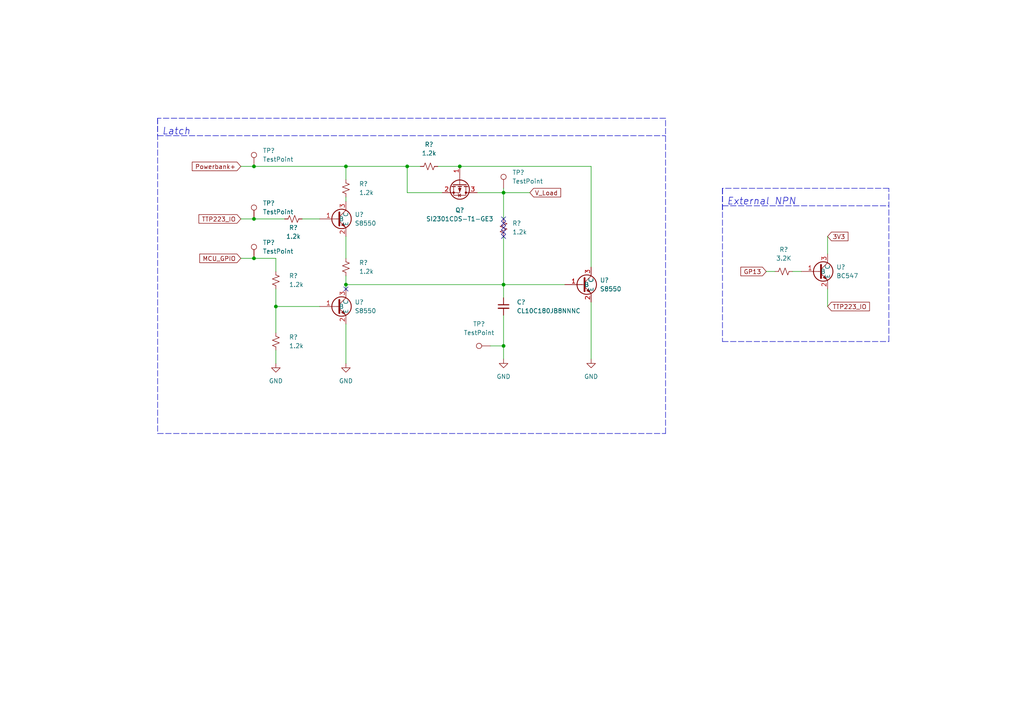
<source format=kicad_sch>
(kicad_sch (version 20211123) (generator eeschema)

  (uuid 8da7a9d3-6328-4be5-8804-32d127ba3b5d)

  (paper "A4")

  (lib_symbols
    (symbol "Connector:TestPoint" (pin_numbers hide) (pin_names (offset 0.762) hide) (in_bom yes) (on_board yes)
      (property "Reference" "TP" (id 0) (at 0 6.858 0)
        (effects (font (size 1.27 1.27)))
      )
      (property "Value" "TestPoint" (id 1) (at 0 5.08 0)
        (effects (font (size 1.27 1.27)))
      )
      (property "Footprint" "" (id 2) (at 5.08 0 0)
        (effects (font (size 1.27 1.27)) hide)
      )
      (property "Datasheet" "~" (id 3) (at 5.08 0 0)
        (effects (font (size 1.27 1.27)) hide)
      )
      (property "ki_keywords" "test point tp" (id 4) (at 0 0 0)
        (effects (font (size 1.27 1.27)) hide)
      )
      (property "ki_description" "test point" (id 5) (at 0 0 0)
        (effects (font (size 1.27 1.27)) hide)
      )
      (property "ki_fp_filters" "Pin* Test*" (id 6) (at 0 0 0)
        (effects (font (size 1.27 1.27)) hide)
      )
      (symbol "TestPoint_0_1"
        (circle (center 0 3.302) (radius 0.762)
          (stroke (width 0) (type default) (color 0 0 0 0))
          (fill (type none))
        )
      )
      (symbol "TestPoint_1_1"
        (pin passive line (at 0 0 90) (length 2.54)
          (name "1" (effects (font (size 1.27 1.27))))
          (number "1" (effects (font (size 1.27 1.27))))
        )
      )
    )
    (symbol "Device:C_Small" (pin_numbers hide) (pin_names (offset 0.254) hide) (in_bom yes) (on_board yes)
      (property "Reference" "C" (id 0) (at 0.254 1.778 0)
        (effects (font (size 1.27 1.27)) (justify left))
      )
      (property "Value" "C_Small" (id 1) (at 0.254 -2.032 0)
        (effects (font (size 1.27 1.27)) (justify left))
      )
      (property "Footprint" "" (id 2) (at 0 0 0)
        (effects (font (size 1.27 1.27)) hide)
      )
      (property "Datasheet" "~" (id 3) (at 0 0 0)
        (effects (font (size 1.27 1.27)) hide)
      )
      (property "ki_keywords" "capacitor cap" (id 4) (at 0 0 0)
        (effects (font (size 1.27 1.27)) hide)
      )
      (property "ki_description" "Unpolarized capacitor, small symbol" (id 5) (at 0 0 0)
        (effects (font (size 1.27 1.27)) hide)
      )
      (property "ki_fp_filters" "C_*" (id 6) (at 0 0 0)
        (effects (font (size 1.27 1.27)) hide)
      )
      (symbol "C_Small_0_1"
        (polyline
          (pts
            (xy -1.524 -0.508)
            (xy 1.524 -0.508)
          )
          (stroke (width 0.3302) (type default) (color 0 0 0 0))
          (fill (type none))
        )
        (polyline
          (pts
            (xy -1.524 0.508)
            (xy 1.524 0.508)
          )
          (stroke (width 0.3048) (type default) (color 0 0 0 0))
          (fill (type none))
        )
      )
      (symbol "C_Small_1_1"
        (pin passive line (at 0 2.54 270) (length 2.032)
          (name "~" (effects (font (size 1.27 1.27))))
          (number "1" (effects (font (size 1.27 1.27))))
        )
        (pin passive line (at 0 -2.54 90) (length 2.032)
          (name "~" (effects (font (size 1.27 1.27))))
          (number "2" (effects (font (size 1.27 1.27))))
        )
      )
    )
    (symbol "Device:R_Small_US" (pin_numbers hide) (pin_names (offset 0.254) hide) (in_bom yes) (on_board yes)
      (property "Reference" "R" (id 0) (at 0.762 0.508 0)
        (effects (font (size 1.27 1.27)) (justify left))
      )
      (property "Value" "R_Small_US" (id 1) (at 0.762 -1.016 0)
        (effects (font (size 1.27 1.27)) (justify left))
      )
      (property "Footprint" "" (id 2) (at 0 0 0)
        (effects (font (size 1.27 1.27)) hide)
      )
      (property "Datasheet" "~" (id 3) (at 0 0 0)
        (effects (font (size 1.27 1.27)) hide)
      )
      (property "ki_keywords" "r resistor" (id 4) (at 0 0 0)
        (effects (font (size 1.27 1.27)) hide)
      )
      (property "ki_description" "Resistor, small US symbol" (id 5) (at 0 0 0)
        (effects (font (size 1.27 1.27)) hide)
      )
      (property "ki_fp_filters" "R_*" (id 6) (at 0 0 0)
        (effects (font (size 1.27 1.27)) hide)
      )
      (symbol "R_Small_US_1_1"
        (polyline
          (pts
            (xy 0 0)
            (xy 1.016 -0.381)
            (xy 0 -0.762)
            (xy -1.016 -1.143)
            (xy 0 -1.524)
          )
          (stroke (width 0) (type default) (color 0 0 0 0))
          (fill (type none))
        )
        (polyline
          (pts
            (xy 0 1.524)
            (xy 1.016 1.143)
            (xy 0 0.762)
            (xy -1.016 0.381)
            (xy 0 0)
          )
          (stroke (width 0) (type default) (color 0 0 0 0))
          (fill (type none))
        )
        (pin passive line (at 0 2.54 270) (length 1.016)
          (name "~" (effects (font (size 1.27 1.27))))
          (number "1" (effects (font (size 1.27 1.27))))
        )
        (pin passive line (at 0 -2.54 90) (length 1.016)
          (name "~" (effects (font (size 1.27 1.27))))
          (number "2" (effects (font (size 1.27 1.27))))
        )
      )
    )
    (symbol "FE-PCB:BC547" (in_bom yes) (on_board yes)
      (property "Reference" "U" (id 0) (at 0 22.86 0)
        (effects (font (size 1.27 1.27)))
      )
      (property "Value" "BC547" (id 1) (at 0 22.86 0)
        (effects (font (size 1.27 1.27)))
      )
      (property "Footprint" "" (id 2) (at 0 22.86 0)
        (effects (font (size 1.27 1.27)) hide)
      )
      (property "Datasheet" "" (id 3) (at 0 22.86 0)
        (effects (font (size 1.27 1.27)) hide)
      )
      (symbol "BC547_0_1"
        (circle (center -1.27 0) (radius 2.8194)
          (stroke (width 0.254) (type default) (color 0 0 0 0))
          (fill (type none))
        )
        (polyline
          (pts
            (xy -2.54 0)
            (xy -1.905 0)
          )
          (stroke (width 0) (type default) (color 0 0 0 0))
          (fill (type none))
        )
        (polyline
          (pts
            (xy -1.905 0.635)
            (xy 0 2.54)
          )
          (stroke (width 0) (type default) (color 0 0 0 0))
          (fill (type none))
        )
        (polyline
          (pts
            (xy -1.905 -0.635)
            (xy 0 -2.54)
            (xy 0 -2.54)
          )
          (stroke (width 0) (type default) (color 0 0 0 0))
          (fill (type none))
        )
        (polyline
          (pts
            (xy -1.905 1.905)
            (xy -1.905 -1.905)
            (xy -1.905 -1.905)
          )
          (stroke (width 0.508) (type default) (color 0 0 0 0))
          (fill (type none))
        )
        (polyline
          (pts
            (xy -1.27 -1.778)
            (xy -0.762 -1.27)
            (xy -0.254 -2.286)
            (xy -1.27 -1.778)
            (xy -1.27 -1.778)
          )
          (stroke (width 0) (type default) (color 0 0 0 0))
          (fill (type outline))
        )
      )
      (symbol "BC547_1_1"
        (pin input line (at -7.62 0 0) (length 5.08)
          (name "B" (effects (font (size 1.27 1.27))))
          (number "1" (effects (font (size 1.27 1.27))))
        )
        (pin passive line (at 0 -5.08 90) (length 2.54)
          (name "E" (effects (font (size 1.27 1.27))))
          (number "2" (effects (font (size 1.27 1.27))))
        )
        (pin passive line (at 0 5.08 270) (length 2.54)
          (name "C" (effects (font (size 1.27 1.27))))
          (number "3" (effects (font (size 1.27 1.27))))
        )
      )
    )
    (symbol "Transistor_FET:Si2319CDS" (pin_names hide) (in_bom yes) (on_board yes)
      (property "Reference" "Q" (id 0) (at 5.08 1.905 0)
        (effects (font (size 1.27 1.27)) (justify left))
      )
      (property "Value" "Si2319CDS" (id 1) (at 5.08 0 0)
        (effects (font (size 1.27 1.27)) (justify left))
      )
      (property "Footprint" "Package_TO_SOT_SMD:SOT-23" (id 2) (at 5.08 -1.905 0)
        (effects (font (size 1.27 1.27) italic) (justify left) hide)
      )
      (property "Datasheet" "http://www.vishay.com/docs/66709/si2319cd.pdf" (id 3) (at 0 0 0)
        (effects (font (size 1.27 1.27)) (justify left) hide)
      )
      (property "ki_keywords" "P-Channel MOSFET" (id 4) (at 0 0 0)
        (effects (font (size 1.27 1.27)) hide)
      )
      (property "ki_description" "-4.4A Id, -40V Vds, P-Channel MOSFET, SOT-23" (id 5) (at 0 0 0)
        (effects (font (size 1.27 1.27)) hide)
      )
      (property "ki_fp_filters" "SOT?23*" (id 6) (at 0 0 0)
        (effects (font (size 1.27 1.27)) hide)
      )
      (symbol "Si2319CDS_0_1"
        (polyline
          (pts
            (xy 0.254 0)
            (xy -2.54 0)
          )
          (stroke (width 0) (type default) (color 0 0 0 0))
          (fill (type none))
        )
        (polyline
          (pts
            (xy 0.254 1.905)
            (xy 0.254 -1.905)
          )
          (stroke (width 0.254) (type default) (color 0 0 0 0))
          (fill (type none))
        )
        (polyline
          (pts
            (xy 0.762 -1.27)
            (xy 0.762 -2.286)
          )
          (stroke (width 0.254) (type default) (color 0 0 0 0))
          (fill (type none))
        )
        (polyline
          (pts
            (xy 0.762 0.508)
            (xy 0.762 -0.508)
          )
          (stroke (width 0.254) (type default) (color 0 0 0 0))
          (fill (type none))
        )
        (polyline
          (pts
            (xy 0.762 2.286)
            (xy 0.762 1.27)
          )
          (stroke (width 0.254) (type default) (color 0 0 0 0))
          (fill (type none))
        )
        (polyline
          (pts
            (xy 2.54 2.54)
            (xy 2.54 1.778)
          )
          (stroke (width 0) (type default) (color 0 0 0 0))
          (fill (type none))
        )
        (polyline
          (pts
            (xy 2.54 -2.54)
            (xy 2.54 0)
            (xy 0.762 0)
          )
          (stroke (width 0) (type default) (color 0 0 0 0))
          (fill (type none))
        )
        (polyline
          (pts
            (xy 0.762 1.778)
            (xy 3.302 1.778)
            (xy 3.302 -1.778)
            (xy 0.762 -1.778)
          )
          (stroke (width 0) (type default) (color 0 0 0 0))
          (fill (type none))
        )
        (polyline
          (pts
            (xy 2.286 0)
            (xy 1.27 0.381)
            (xy 1.27 -0.381)
            (xy 2.286 0)
          )
          (stroke (width 0) (type default) (color 0 0 0 0))
          (fill (type outline))
        )
        (polyline
          (pts
            (xy 2.794 -0.508)
            (xy 2.921 -0.381)
            (xy 3.683 -0.381)
            (xy 3.81 -0.254)
          )
          (stroke (width 0) (type default) (color 0 0 0 0))
          (fill (type none))
        )
        (polyline
          (pts
            (xy 3.302 -0.381)
            (xy 2.921 0.254)
            (xy 3.683 0.254)
            (xy 3.302 -0.381)
          )
          (stroke (width 0) (type default) (color 0 0 0 0))
          (fill (type none))
        )
        (circle (center 1.651 0) (radius 2.794)
          (stroke (width 0.254) (type default) (color 0 0 0 0))
          (fill (type none))
        )
        (circle (center 2.54 -1.778) (radius 0.254)
          (stroke (width 0) (type default) (color 0 0 0 0))
          (fill (type outline))
        )
        (circle (center 2.54 1.778) (radius 0.254)
          (stroke (width 0) (type default) (color 0 0 0 0))
          (fill (type outline))
        )
      )
      (symbol "Si2319CDS_1_1"
        (pin input line (at -5.08 0 0) (length 2.54)
          (name "G" (effects (font (size 1.27 1.27))))
          (number "1" (effects (font (size 1.27 1.27))))
        )
        (pin passive line (at 2.54 -5.08 90) (length 2.54)
          (name "S" (effects (font (size 1.27 1.27))))
          (number "2" (effects (font (size 1.27 1.27))))
        )
        (pin passive line (at 2.54 5.08 270) (length 2.54)
          (name "D" (effects (font (size 1.27 1.27))))
          (number "3" (effects (font (size 1.27 1.27))))
        )
      )
    )
    (symbol "power:GND" (power) (pin_names (offset 0)) (in_bom yes) (on_board yes)
      (property "Reference" "#PWR" (id 0) (at 0 -6.35 0)
        (effects (font (size 1.27 1.27)) hide)
      )
      (property "Value" "GND" (id 1) (at 0 -3.81 0)
        (effects (font (size 1.27 1.27)))
      )
      (property "Footprint" "" (id 2) (at 0 0 0)
        (effects (font (size 1.27 1.27)) hide)
      )
      (property "Datasheet" "" (id 3) (at 0 0 0)
        (effects (font (size 1.27 1.27)) hide)
      )
      (property "ki_keywords" "power-flag" (id 4) (at 0 0 0)
        (effects (font (size 1.27 1.27)) hide)
      )
      (property "ki_description" "Power symbol creates a global label with name \"GND\" , ground" (id 5) (at 0 0 0)
        (effects (font (size 1.27 1.27)) hide)
      )
      (symbol "GND_0_1"
        (polyline
          (pts
            (xy 0 0)
            (xy 0 -1.27)
            (xy 1.27 -1.27)
            (xy 0 -2.54)
            (xy -1.27 -1.27)
            (xy 0 -1.27)
          )
          (stroke (width 0) (type default) (color 0 0 0 0))
          (fill (type none))
        )
      )
      (symbol "GND_1_1"
        (pin power_in line (at 0 0 270) (length 0) hide
          (name "GND" (effects (font (size 1.27 1.27))))
          (number "1" (effects (font (size 1.27 1.27))))
        )
      )
    )
  )

  (junction (at 146.05 55.88) (diameter 0) (color 0 0 0 0)
    (uuid 4485c600-4a81-49fd-b3b4-9f23b2209f8d)
  )
  (junction (at 73.66 63.5) (diameter 0) (color 0 0 0 0)
    (uuid 474dbc44-c3c3-4b6a-8dca-f455d1c9e0de)
  )
  (junction (at 73.66 74.93) (diameter 0) (color 0 0 0 0)
    (uuid 5daddd4b-f66e-491d-833e-d67afe05ccd7)
  )
  (junction (at 118.11 48.26) (diameter 0) (color 0 0 0 0)
    (uuid 6325ec69-d7c4-47aa-9f4e-c1692968870d)
  )
  (junction (at 100.33 48.26) (diameter 0) (color 0 0 0 0)
    (uuid 9499fb20-257a-42d7-a7af-4b9f6647a7fa)
  )
  (junction (at 146.05 100.33) (diameter 0) (color 0 0 0 0)
    (uuid 96ff7901-397b-4805-be63-a50021c1204e)
  )
  (junction (at 80.01 88.9) (diameter 0) (color 0 0 0 0)
    (uuid a62bed7d-868a-43a1-b284-68a3824f2abe)
  )
  (junction (at 146.05 82.55) (diameter 0) (color 0 0 0 0)
    (uuid b2064eda-a8dc-4452-ace7-54c361cfce19)
  )
  (junction (at 73.66 48.26) (diameter 0) (color 0 0 0 0)
    (uuid bacba317-1cb7-445e-82c1-daf32af261af)
  )
  (junction (at 100.33 82.55) (diameter 0) (color 0 0 0 0)
    (uuid e3dccc25-f7a8-4f37-ad3d-da01b090a0eb)
  )
  (junction (at 133.35 48.26) (diameter 0) (color 0 0 0 0)
    (uuid eaa2c531-022d-44f8-9cc0-a22bd77c812c)
  )

  (no_connect (at 146.05 64.77) (uuid 5f6cca41-50ca-4ee1-8224-0e6c495b17fd))
  (no_connect (at 146.05 66.04) (uuid 8cfff865-8d86-4ed7-a383-4072efa68400))
  (no_connect (at 100.33 83.82) (uuid 9e78a024-04b9-4495-9b00-70110a769581))
  (no_connect (at 146.05 63.5) (uuid ac902824-adcb-4fe8-b2b9-74384e4a02b2))
  (no_connect (at 146.05 67.31) (uuid cb0aaa36-e268-4922-b19c-757b57ec0904))
  (no_connect (at 146.05 68.58) (uuid cc0c675a-2437-44fe-93bd-ba2326745cfd))

  (wire (pts (xy 146.05 55.88) (xy 146.05 63.5))
    (stroke (width 0) (type default) (color 0 0 0 0))
    (uuid 0f131efc-cd79-47bc-9538-dd70648649ef)
  )
  (wire (pts (xy 100.33 82.55) (xy 146.05 82.55))
    (stroke (width 0) (type default) (color 0 0 0 0))
    (uuid 0f588972-e361-4637-a1b5-1d5e16dc40ca)
  )
  (wire (pts (xy 118.11 48.26) (xy 121.92 48.26))
    (stroke (width 0) (type default) (color 0 0 0 0))
    (uuid 17a36161-8793-4ae3-9bc8-5e2a903bb378)
  )
  (polyline (pts (xy 193.04 34.29) (xy 45.72 34.29))
    (stroke (width 0) (type default) (color 0 0 0 0))
    (uuid 19bbf387-ef26-406b-b3c6-a966ff32ae6d)
  )
  (polyline (pts (xy 209.55 99.06) (xy 257.81 99.06))
    (stroke (width 0) (type default) (color 0 0 0 0))
    (uuid 1b95253a-b8d0-477c-8784-17de98cb4e0d)
  )

  (wire (pts (xy 73.66 74.93) (xy 80.01 74.93))
    (stroke (width 0) (type default) (color 0 0 0 0))
    (uuid 1d300625-4035-464f-8386-5a9c38625abc)
  )
  (wire (pts (xy 100.33 52.07) (xy 100.33 48.26))
    (stroke (width 0) (type default) (color 0 0 0 0))
    (uuid 23b24f1a-0314-4640-ad02-55d3e4d235a9)
  )
  (wire (pts (xy 100.33 48.26) (xy 118.11 48.26))
    (stroke (width 0) (type default) (color 0 0 0 0))
    (uuid 241af5d8-faa8-4344-989f-9f3ca2c1551f)
  )
  (wire (pts (xy 171.45 48.26) (xy 171.45 77.47))
    (stroke (width 0) (type default) (color 0 0 0 0))
    (uuid 27bd8d41-1935-4909-bb23-fe0ad7a2296a)
  )
  (wire (pts (xy 142.24 100.33) (xy 146.05 100.33))
    (stroke (width 0) (type default) (color 0 0 0 0))
    (uuid 2b9fdf34-82d3-45bd-8d71-b3b851065901)
  )
  (wire (pts (xy 80.01 88.9) (xy 92.71 88.9))
    (stroke (width 0) (type default) (color 0 0 0 0))
    (uuid 3029593c-a549-4452-ab24-47d972f8c18b)
  )
  (wire (pts (xy 100.33 68.58) (xy 100.33 74.93))
    (stroke (width 0) (type default) (color 0 0 0 0))
    (uuid 348ab931-4548-4bd2-9f7d-8fb5388353e8)
  )
  (wire (pts (xy 80.01 101.6) (xy 80.01 105.41))
    (stroke (width 0) (type default) (color 0 0 0 0))
    (uuid 36095c7e-4150-419c-b109-e0dda07b429b)
  )
  (polyline (pts (xy 209.55 54.61) (xy 209.55 99.06))
    (stroke (width 0) (type default) (color 0 0 0 0))
    (uuid 38af1a5b-40ba-49ed-8086-d7b128177d98)
  )

  (wire (pts (xy 133.35 48.26) (xy 171.45 48.26))
    (stroke (width 0) (type default) (color 0 0 0 0))
    (uuid 3eef1707-8df6-4d00-8bf8-b4dd21fa935c)
  )
  (polyline (pts (xy 45.72 39.37) (xy 193.04 39.37))
    (stroke (width 0) (type default) (color 0 0 0 0))
    (uuid 41d9a0ec-47e5-4641-ba0c-70e92aaffd9f)
  )
  (polyline (pts (xy 45.72 125.73) (xy 193.04 125.73))
    (stroke (width 0) (type default) (color 0 0 0 0))
    (uuid 4328a43e-1c72-4007-9126-bf287a0e39ff)
  )

  (wire (pts (xy 146.05 82.55) (xy 146.05 86.36))
    (stroke (width 0) (type default) (color 0 0 0 0))
    (uuid 45b040de-1df8-4f4e-8ddb-d61423c1d693)
  )
  (wire (pts (xy 100.33 93.98) (xy 100.33 105.41))
    (stroke (width 0) (type default) (color 0 0 0 0))
    (uuid 4c050ce9-04c1-4a99-aefb-e247561f0d61)
  )
  (wire (pts (xy 146.05 91.44) (xy 146.05 100.33))
    (stroke (width 0) (type default) (color 0 0 0 0))
    (uuid 567954bd-6203-450b-8790-c3b2c2a0f6aa)
  )
  (wire (pts (xy 80.01 74.93) (xy 80.01 78.74))
    (stroke (width 0) (type default) (color 0 0 0 0))
    (uuid 5689320f-0734-413c-a4ec-4ec0c7b735b2)
  )
  (wire (pts (xy 127 48.26) (xy 133.35 48.26))
    (stroke (width 0) (type default) (color 0 0 0 0))
    (uuid 5b2c9e69-b09d-423d-bba3-6273eb022a39)
  )
  (wire (pts (xy 69.85 74.93) (xy 73.66 74.93))
    (stroke (width 0) (type default) (color 0 0 0 0))
    (uuid 61fe5f8a-94d3-4f23-a116-2eecfa515055)
  )
  (wire (pts (xy 146.05 55.88) (xy 153.67 55.88))
    (stroke (width 0) (type default) (color 0 0 0 0))
    (uuid 63908e83-1513-478b-8d1e-e2bf09377ce3)
  )
  (wire (pts (xy 146.05 54.61) (xy 146.05 55.88))
    (stroke (width 0) (type default) (color 0 0 0 0))
    (uuid 689fd0b5-2061-4b23-aa9a-2bf099b27f99)
  )
  (wire (pts (xy 69.85 48.26) (xy 73.66 48.26))
    (stroke (width 0) (type default) (color 0 0 0 0))
    (uuid 6ab4b095-96c9-4f99-965f-e6301c30e29b)
  )
  (polyline (pts (xy 209.55 59.69) (xy 257.81 59.69))
    (stroke (width 0) (type default) (color 0 0 0 0))
    (uuid 6e462fd2-d79d-4437-9a3e-b8ad494da0cc)
  )

  (wire (pts (xy 80.01 88.9) (xy 80.01 96.52))
    (stroke (width 0) (type default) (color 0 0 0 0))
    (uuid 72ee4cdc-a7f0-481d-845e-af0b1cba31d2)
  )
  (wire (pts (xy 80.01 83.82) (xy 80.01 88.9))
    (stroke (width 0) (type default) (color 0 0 0 0))
    (uuid 7c97d781-16eb-458a-91a2-bfecfd5fd580)
  )
  (polyline (pts (xy 209.55 54.61) (xy 209.55 60.96))
    (stroke (width 0) (type default) (color 0 0 0 0))
    (uuid 7ff8e8a9-59b8-42cf-8c20-072f0c02bc98)
  )

  (wire (pts (xy 118.11 55.88) (xy 118.11 48.26))
    (stroke (width 0) (type default) (color 0 0 0 0))
    (uuid 87ade93f-ee78-4224-9789-31e70b390201)
  )
  (wire (pts (xy 87.63 63.5) (xy 92.71 63.5))
    (stroke (width 0) (type default) (color 0 0 0 0))
    (uuid 8ae9965b-f2e1-479c-936f-14a1ce0cc0b6)
  )
  (wire (pts (xy 146.05 82.55) (xy 163.83 82.55))
    (stroke (width 0) (type default) (color 0 0 0 0))
    (uuid 8b2d79fc-05e8-4224-9c3d-7ef6973794d7)
  )
  (wire (pts (xy 73.66 48.26) (xy 100.33 48.26))
    (stroke (width 0) (type default) (color 0 0 0 0))
    (uuid 8bb7afde-b8ee-4bcf-90e6-98f0c94878dc)
  )
  (wire (pts (xy 73.66 63.5) (xy 82.55 63.5))
    (stroke (width 0) (type default) (color 0 0 0 0))
    (uuid 8c3585f2-8dca-416b-8370-216b6318bf8a)
  )
  (wire (pts (xy 128.27 55.88) (xy 118.11 55.88))
    (stroke (width 0) (type default) (color 0 0 0 0))
    (uuid 906e0ec8-ead5-4c8d-8143-ac8beb70bfb0)
  )
  (wire (pts (xy 100.33 82.55) (xy 100.33 83.82))
    (stroke (width 0) (type default) (color 0 0 0 0))
    (uuid 9f9d9ec1-f12a-47cb-a033-e6a9e0eb276a)
  )
  (wire (pts (xy 171.45 87.63) (xy 171.45 104.14))
    (stroke (width 0) (type default) (color 0 0 0 0))
    (uuid ba840c69-76ce-4cfa-b264-ec912ce6f47d)
  )
  (wire (pts (xy 229.87 78.74) (xy 232.41 78.74))
    (stroke (width 0) (type default) (color 0 0 0 0))
    (uuid c03f5a96-9870-4cd7-ace5-da68a3aa29cf)
  )
  (polyline (pts (xy 257.81 99.06) (xy 257.81 54.61))
    (stroke (width 0) (type default) (color 0 0 0 0))
    (uuid c2555086-fda8-48eb-9686-fe4c007837ab)
  )
  (polyline (pts (xy 193.04 125.73) (xy 193.04 34.29))
    (stroke (width 0) (type default) (color 0 0 0 0))
    (uuid c5cfa552-406b-439e-9fe1-75b097bc4648)
  )

  (wire (pts (xy 240.03 68.58) (xy 240.03 73.66))
    (stroke (width 0) (type default) (color 0 0 0 0))
    (uuid c769a380-b7a5-4701-8f51-1684b116bafc)
  )
  (wire (pts (xy 100.33 57.15) (xy 100.33 58.42))
    (stroke (width 0) (type default) (color 0 0 0 0))
    (uuid c99e6d80-f2a9-415e-92b3-df98c4f485fa)
  )
  (wire (pts (xy 146.05 100.33) (xy 146.05 104.14))
    (stroke (width 0) (type default) (color 0 0 0 0))
    (uuid cbbf4283-5e56-4d54-af04-ad9419ae100d)
  )
  (wire (pts (xy 146.05 68.58) (xy 146.05 82.55))
    (stroke (width 0) (type default) (color 0 0 0 0))
    (uuid cd8749bf-3e4a-4fb4-9f0a-a504f302c717)
  )
  (polyline (pts (xy 45.72 34.29) (xy 45.72 39.37))
    (stroke (width 0) (type default) (color 0 0 0 0))
    (uuid cf8a4261-0f16-4242-8e6d-914fe967c06a)
  )

  (wire (pts (xy 222.25 78.74) (xy 224.79 78.74))
    (stroke (width 0) (type default) (color 0 0 0 0))
    (uuid d3e1c592-ee8c-424a-9726-610d4fbb2908)
  )
  (wire (pts (xy 69.85 63.5) (xy 73.66 63.5))
    (stroke (width 0) (type default) (color 0 0 0 0))
    (uuid dc262e59-71fb-4538-8e5a-14ac703c6916)
  )
  (polyline (pts (xy 45.72 34.29) (xy 45.72 125.73))
    (stroke (width 0) (type default) (color 0 0 0 0))
    (uuid e1fc4f76-e439-43c1-95b3-febc5f792eaa)
  )

  (wire (pts (xy 100.33 80.01) (xy 100.33 82.55))
    (stroke (width 0) (type default) (color 0 0 0 0))
    (uuid e66cedcf-551d-4b6e-9acc-9fb35c9ffd51)
  )
  (wire (pts (xy 240.03 83.82) (xy 240.03 88.9))
    (stroke (width 0) (type default) (color 0 0 0 0))
    (uuid eb503f36-06f9-429b-bfac-69b2fc2fa2db)
  )
  (polyline (pts (xy 257.81 54.61) (xy 209.55 54.61))
    (stroke (width 0) (type default) (color 0 0 0 0))
    (uuid ee94cadf-f076-4d4f-b155-63eea51e1793)
  )

  (wire (pts (xy 138.43 55.88) (xy 146.05 55.88))
    (stroke (width 0) (type default) (color 0 0 0 0))
    (uuid fa9ed2a7-21ab-44b6-a468-d7b58991a028)
  )

  (text "External NPN" (at 210.82 59.69 0)
    (effects (font (size 2 2) italic) (justify left bottom))
    (uuid 8bb6abd7-9d62-494b-b8f0-1dea13e3fada)
  )
  (text "Latch" (at 46.99 39.37 0)
    (effects (font (size 2 2) italic) (justify left bottom))
    (uuid ff3d1fad-4186-4926-b443-5dfb4998d6b9)
  )

  (global_label "TTP223_IO" (shape input) (at 240.03 88.9 0) (fields_autoplaced)
    (effects (font (size 1.27 1.27)) (justify left))
    (uuid 0df6aad1-a910-4bdd-b824-34e703d73384)
    (property "Intersheet References" "${INTERSHEET_REFS}" (id 0) (at 252.1798 88.9794 0)
      (effects (font (size 1.27 1.27)) (justify left) hide)
    )
  )
  (global_label "V_Load" (shape input) (at 153.67 55.88 0) (fields_autoplaced)
    (effects (font (size 1.27 1.27)) (justify left))
    (uuid 4aba0570-361a-43a1-8475-4e31d3442aa1)
    (property "Intersheet References" "${INTERSHEET_REFS}" (id 0) (at 162.6145 55.8006 0)
      (effects (font (size 1.27 1.27)) (justify left) hide)
    )
  )
  (global_label "Powerbank+" (shape input) (at 69.85 48.26 180) (fields_autoplaced)
    (effects (font (size 1.27 1.27)) (justify right))
    (uuid 95e118e5-e774-496d-8eec-03f3d8bac894)
    (property "Intersheet References" "${INTERSHEET_REFS}" (id 0) (at 55.765 48.1806 0)
      (effects (font (size 1.27 1.27)) (justify right) hide)
    )
  )
  (global_label "MCU_GPIO" (shape input) (at 69.85 74.93 180) (fields_autoplaced)
    (effects (font (size 1.27 1.27)) (justify right))
    (uuid 97a07d01-b5f8-4a39-8401-387b725abca7)
    (property "Intersheet References" "${INTERSHEET_REFS}" (id 0) (at 57.9421 74.8506 0)
      (effects (font (size 1.27 1.27)) (justify right) hide)
    )
  )
  (global_label "GP13" (shape input) (at 222.25 78.74 180) (fields_autoplaced)
    (effects (font (size 1.27 1.27)) (justify right))
    (uuid ae18af12-e9e5-44bc-add5-44583a353e96)
    (property "Intersheet References" "${INTERSHEET_REFS}" (id 0) (at 214.8779 78.6606 0)
      (effects (font (size 1.27 1.27)) (justify right) hide)
    )
  )
  (global_label "3V3" (shape input) (at 240.03 68.58 0) (fields_autoplaced)
    (effects (font (size 1.27 1.27)) (justify left))
    (uuid b654af01-ef65-4550-ab9d-27a96f01304b)
    (property "Intersheet References" "${INTERSHEET_REFS}" (id 0) (at 245.9507 68.5006 0)
      (effects (font (size 1.27 1.27)) (justify left) hide)
    )
  )
  (global_label "TTP223_IO" (shape input) (at 69.85 63.5 180) (fields_autoplaced)
    (effects (font (size 1.27 1.27)) (justify right))
    (uuid eebe7ba1-16fe-40ce-b6f7-539276288121)
    (property "Intersheet References" "${INTERSHEET_REFS}" (id 0) (at 57.7002 63.4206 0)
      (effects (font (size 1.27 1.27)) (justify right) hide)
    )
  )

  (symbol (lib_id "FE-PCB:BC547") (at 100.33 63.5 0) (unit 1)
    (in_bom yes) (on_board yes) (fields_autoplaced)
    (uuid 0796cfe8-39eb-42d3-a19a-b0fb138f888e)
    (property "Reference" "U?" (id 0) (at 102.87 62.2299 0)
      (effects (font (size 1.27 1.27)) (justify left))
    )
    (property "Value" "S8550" (id 1) (at 102.87 64.7699 0)
      (effects (font (size 1.27 1.27)) (justify left))
    )
    (property "Footprint" "Package_TO_SOT_SMD:SOT-23" (id 2) (at 100.33 40.64 0)
      (effects (font (size 1.27 1.27)) hide)
    )
    (property "Datasheet" "" (id 3) (at 100.33 40.64 0)
      (effects (font (size 1.27 1.27)) hide)
    )
    (property "LCSC" "C105432" (id 4) (at 100.33 63.5 0)
      (effects (font (size 1.27 1.27)) hide)
    )
    (pin "1" (uuid fc9c3bd9-5a7e-4864-a350-248f1572a903))
    (pin "2" (uuid a0c25ffa-c162-49a6-ae78-ace6cd3cc08c))
    (pin "3" (uuid adf7b71b-d1d1-4a96-a452-ef835486b1fc))
  )

  (symbol (lib_id "Connector:TestPoint") (at 73.66 48.26 0) (unit 1)
    (in_bom yes) (on_board yes) (fields_autoplaced)
    (uuid 1247af0b-573d-4034-a212-c6a5d27a0988)
    (property "Reference" "TP?" (id 0) (at 76.2 43.6879 0)
      (effects (font (size 1.27 1.27)) (justify left))
    )
    (property "Value" "TestPoint" (id 1) (at 76.2 46.2279 0)
      (effects (font (size 1.27 1.27)) (justify left))
    )
    (property "Footprint" "KiCad RP Pico:cast_pad" (id 2) (at 78.74 48.26 0)
      (effects (font (size 1.27 1.27)) hide)
    )
    (property "Datasheet" "~" (id 3) (at 78.74 48.26 0)
      (effects (font (size 1.27 1.27)) hide)
    )
    (pin "1" (uuid 9532b918-c11c-40d4-89f8-7b6e7636ce80))
  )

  (symbol (lib_id "Device:R_Small_US") (at 146.05 66.04 180) (unit 1)
    (in_bom yes) (on_board yes) (fields_autoplaced)
    (uuid 414c725c-3e31-4a60-9510-6dc322701b9b)
    (property "Reference" "R?" (id 0) (at 148.59 64.7699 0)
      (effects (font (size 1.27 1.27)) (justify right))
    )
    (property "Value" "1.2k" (id 1) (at 148.59 67.3099 0)
      (effects (font (size 1.27 1.27)) (justify right))
    )
    (property "Footprint" "Resistor_SMD:R_0603_1608Metric" (id 2) (at 146.05 66.04 0)
      (effects (font (size 1.27 1.27)) hide)
    )
    (property "Datasheet" "~" (id 3) (at 146.05 66.04 0)
      (effects (font (size 1.27 1.27)) hide)
    )
    (property "LCSC" "C22765" (id 4) (at 146.05 66.04 0)
      (effects (font (size 1.27 1.27)) hide)
    )
    (pin "1" (uuid a4b2ea54-8955-488f-827f-865f41cd460f))
    (pin "2" (uuid 083b2527-e405-49bd-a309-2cdb85cd9a7a))
  )

  (symbol (lib_id "power:GND") (at 146.05 104.14 0) (unit 1)
    (in_bom yes) (on_board yes) (fields_autoplaced)
    (uuid 48a6a3d2-af1d-46f0-9038-8207109c71a9)
    (property "Reference" "#PWR?" (id 0) (at 146.05 110.49 0)
      (effects (font (size 1.27 1.27)) hide)
    )
    (property "Value" "GND" (id 1) (at 146.05 109.22 0))
    (property "Footprint" "" (id 2) (at 146.05 104.14 0)
      (effects (font (size 1.27 1.27)) hide)
    )
    (property "Datasheet" "" (id 3) (at 146.05 104.14 0)
      (effects (font (size 1.27 1.27)) hide)
    )
    (pin "1" (uuid 9204d76d-6bf3-41cd-9a72-d2e31b761b27))
  )

  (symbol (lib_id "Device:R_Small_US") (at 100.33 77.47 0) (unit 1)
    (in_bom yes) (on_board yes) (fields_autoplaced)
    (uuid 56620332-4506-4e68-83be-ce8c73e73020)
    (property "Reference" "R?" (id 0) (at 104.14 76.1999 0)
      (effects (font (size 1.27 1.27)) (justify left))
    )
    (property "Value" "1.2k" (id 1) (at 104.14 78.7399 0)
      (effects (font (size 1.27 1.27)) (justify left))
    )
    (property "Footprint" "Resistor_SMD:R_0603_1608Metric" (id 2) (at 100.33 77.47 0)
      (effects (font (size 1.27 1.27)) hide)
    )
    (property "Datasheet" "~" (id 3) (at 100.33 77.47 0)
      (effects (font (size 1.27 1.27)) hide)
    )
    (property "LCSC" "C22765" (id 4) (at 100.33 77.47 0)
      (effects (font (size 1.27 1.27)) hide)
    )
    (pin "1" (uuid 42afdd29-da65-415e-b23b-e6f57f644292))
    (pin "2" (uuid b37b3529-c9bd-4174-9407-e2806fae6dc4))
  )

  (symbol (lib_id "Transistor_FET:Si2319CDS") (at 133.35 53.34 270) (unit 1)
    (in_bom yes) (on_board yes) (fields_autoplaced)
    (uuid 57af834f-420a-4e8e-9296-ec2e88836249)
    (property "Reference" "Q?" (id 0) (at 133.35 60.96 90))
    (property "Value" "SI2301CDS-T1-GE3" (id 1) (at 133.35 63.5 90))
    (property "Footprint" "Package_TO_SOT_SMD:SOT-23" (id 2) (at 131.445 58.42 0)
      (effects (font (size 1.27 1.27) italic) (justify left) hide)
    )
    (property "Datasheet" "http://www.vishay.com/docs/66709/si2319cd.pdf" (id 3) (at 133.35 53.34 0)
      (effects (font (size 1.27 1.27)) (justify left) hide)
    )
    (property "LCSC" "C10487" (id 4) (at 133.35 53.34 90)
      (effects (font (size 1.27 1.27)) hide)
    )
    (pin "1" (uuid 2b024001-3319-44c4-9a71-6abcf8cd2df7))
    (pin "2" (uuid 7fe237e8-1d0d-433a-9b24-5ea976762c57))
    (pin "3" (uuid 656afe21-3714-4d3e-b229-e0beb358d8aa))
  )

  (symbol (lib_id "FE-PCB:BC547") (at 171.45 82.55 0) (unit 1)
    (in_bom yes) (on_board yes) (fields_autoplaced)
    (uuid 6a13b338-f259-48bd-9888-29f36d488e92)
    (property "Reference" "U?" (id 0) (at 173.99 81.2799 0)
      (effects (font (size 1.27 1.27)) (justify left))
    )
    (property "Value" "S8550" (id 1) (at 173.99 83.8199 0)
      (effects (font (size 1.27 1.27)) (justify left))
    )
    (property "Footprint" "Package_TO_SOT_SMD:SOT-23" (id 2) (at 171.45 59.69 0)
      (effects (font (size 1.27 1.27)) hide)
    )
    (property "Datasheet" "" (id 3) (at 171.45 59.69 0)
      (effects (font (size 1.27 1.27)) hide)
    )
    (property "LCSC" "C105432" (id 4) (at 171.45 82.55 0)
      (effects (font (size 1.27 1.27)) hide)
    )
    (pin "1" (uuid d8335b96-272e-4e1d-a2a0-d427f9b252f1))
    (pin "2" (uuid 9242ad1f-0a57-4d88-9e8c-4fc8949e0b41))
    (pin "3" (uuid b0e4014e-e765-4298-9f8e-81b8305924f8))
  )

  (symbol (lib_id "Device:R_Small_US") (at 124.46 48.26 90) (unit 1)
    (in_bom yes) (on_board yes) (fields_autoplaced)
    (uuid 70d10de1-1042-46c6-b8e0-9c556ec2967e)
    (property "Reference" "R?" (id 0) (at 124.46 41.91 90))
    (property "Value" "1.2k" (id 1) (at 124.46 44.45 90))
    (property "Footprint" "Resistor_SMD:R_0603_1608Metric" (id 2) (at 124.46 48.26 0)
      (effects (font (size 1.27 1.27)) hide)
    )
    (property "Datasheet" "~" (id 3) (at 124.46 48.26 0)
      (effects (font (size 1.27 1.27)) hide)
    )
    (property "LCSC" "C22765" (id 4) (at 124.46 48.26 0)
      (effects (font (size 1.27 1.27)) hide)
    )
    (pin "1" (uuid 015cb8dd-fb0c-417a-9cd8-683f21be99f1))
    (pin "2" (uuid 2a1942df-a9f6-4b96-bf91-1361a630bcfe))
  )

  (symbol (lib_id "power:GND") (at 80.01 105.41 0) (unit 1)
    (in_bom yes) (on_board yes) (fields_autoplaced)
    (uuid 7e476d92-1c92-417e-bcab-000b53c56b91)
    (property "Reference" "#PWR?" (id 0) (at 80.01 111.76 0)
      (effects (font (size 1.27 1.27)) hide)
    )
    (property "Value" "GND" (id 1) (at 80.01 110.49 0))
    (property "Footprint" "" (id 2) (at 80.01 105.41 0)
      (effects (font (size 1.27 1.27)) hide)
    )
    (property "Datasheet" "" (id 3) (at 80.01 105.41 0)
      (effects (font (size 1.27 1.27)) hide)
    )
    (pin "1" (uuid 8270db27-9aa7-4c7f-8123-518685e02ffa))
  )

  (symbol (lib_id "Connector:TestPoint") (at 73.66 74.93 0) (unit 1)
    (in_bom yes) (on_board yes) (fields_autoplaced)
    (uuid 887498ae-ca80-4b32-a0fd-42edbaaa9521)
    (property "Reference" "TP?" (id 0) (at 76.2 70.3579 0)
      (effects (font (size 1.27 1.27)) (justify left))
    )
    (property "Value" "TestPoint" (id 1) (at 76.2 72.8979 0)
      (effects (font (size 1.27 1.27)) (justify left))
    )
    (property "Footprint" "KiCad RP Pico:cast_pad" (id 2) (at 78.74 74.93 0)
      (effects (font (size 1.27 1.27)) hide)
    )
    (property "Datasheet" "~" (id 3) (at 78.74 74.93 0)
      (effects (font (size 1.27 1.27)) hide)
    )
    (pin "1" (uuid 8671595f-15eb-429c-a446-a3e1b5fbf385))
  )

  (symbol (lib_id "Device:R_Small_US") (at 227.33 78.74 270) (unit 1)
    (in_bom yes) (on_board yes) (fields_autoplaced)
    (uuid 8bc574c4-9c0f-4f4e-b97f-af165193f4ed)
    (property "Reference" "R?" (id 0) (at 227.33 72.39 90))
    (property "Value" "3.2K" (id 1) (at 227.33 74.93 90))
    (property "Footprint" "Resistor_SMD:R_0603_1608Metric" (id 2) (at 227.33 78.74 0)
      (effects (font (size 1.27 1.27)) hide)
    )
    (property "Datasheet" "~" (id 3) (at 227.33 78.74 0)
      (effects (font (size 1.27 1.27)) hide)
    )
    (property "LCSC" "C22765" (id 4) (at 227.33 78.74 0)
      (effects (font (size 1.27 1.27)) hide)
    )
    (pin "1" (uuid cd29ab3d-1e8f-4e7b-95f0-177865949633))
    (pin "2" (uuid 430a1979-61a9-409d-8619-8f4ea15220d2))
  )

  (symbol (lib_id "FE-PCB:BC547") (at 100.33 88.9 0) (unit 1)
    (in_bom yes) (on_board yes) (fields_autoplaced)
    (uuid 9918ed3d-ef60-4f9c-bbab-d5a94c54dede)
    (property "Reference" "U?" (id 0) (at 102.87 87.6299 0)
      (effects (font (size 1.27 1.27)) (justify left))
    )
    (property "Value" "S8550" (id 1) (at 102.87 90.1699 0)
      (effects (font (size 1.27 1.27)) (justify left))
    )
    (property "Footprint" "Package_TO_SOT_SMD:SOT-23" (id 2) (at 100.33 66.04 0)
      (effects (font (size 1.27 1.27)) hide)
    )
    (property "Datasheet" "" (id 3) (at 100.33 66.04 0)
      (effects (font (size 1.27 1.27)) hide)
    )
    (property "LCSC" "C105432" (id 4) (at 100.33 88.9 0)
      (effects (font (size 1.27 1.27)) hide)
    )
    (pin "1" (uuid 633035df-22cc-4767-8e94-8b28c1d1e02a))
    (pin "2" (uuid ba05e59d-126a-4f65-9d6d-24c9b5959b9f))
    (pin "3" (uuid b9f001a4-eef6-4428-9547-9f5592f462f3))
  )

  (symbol (lib_id "Device:R_Small_US") (at 85.09 63.5 90) (unit 1)
    (in_bom yes) (on_board yes)
    (uuid 9c7c69d1-44c9-43fa-86e6-1de092607410)
    (property "Reference" "R?" (id 0) (at 85.09 66.04 90))
    (property "Value" "1.2k" (id 1) (at 85.09 68.58 90))
    (property "Footprint" "Resistor_SMD:R_0603_1608Metric" (id 2) (at 85.09 63.5 0)
      (effects (font (size 1.27 1.27)) hide)
    )
    (property "Datasheet" "~" (id 3) (at 85.09 63.5 0)
      (effects (font (size 1.27 1.27)) hide)
    )
    (property "LCSC" "C22765" (id 4) (at 85.09 63.5 90)
      (effects (font (size 1.27 1.27)) hide)
    )
    (pin "1" (uuid ea14ac24-0372-4815-bd16-c0dde1c97140))
    (pin "2" (uuid d2f3d0a3-fc75-47a7-9c7a-e6abf684176c))
  )

  (symbol (lib_id "Device:R_Small_US") (at 80.01 99.06 0) (unit 1)
    (in_bom yes) (on_board yes) (fields_autoplaced)
    (uuid 9cc428c4-e641-4f8a-80df-b11e1b83f2aa)
    (property "Reference" "R?" (id 0) (at 83.82 97.7899 0)
      (effects (font (size 1.27 1.27)) (justify left))
    )
    (property "Value" "1.2k" (id 1) (at 83.82 100.3299 0)
      (effects (font (size 1.27 1.27)) (justify left))
    )
    (property "Footprint" "Resistor_SMD:R_0603_1608Metric" (id 2) (at 80.01 99.06 0)
      (effects (font (size 1.27 1.27)) hide)
    )
    (property "Datasheet" "~" (id 3) (at 80.01 99.06 0)
      (effects (font (size 1.27 1.27)) hide)
    )
    (property "LCSC" "C22765" (id 4) (at 80.01 99.06 0)
      (effects (font (size 1.27 1.27)) hide)
    )
    (pin "1" (uuid f547d663-f885-42a2-a050-8e37c115bcc1))
    (pin "2" (uuid 01a3bcb1-60dd-4753-a74d-973e27997a5a))
  )

  (symbol (lib_id "Device:R_Small_US") (at 100.33 54.61 0) (unit 1)
    (in_bom yes) (on_board yes) (fields_autoplaced)
    (uuid a705d1b9-0012-4ee0-b933-f84cde10ffd9)
    (property "Reference" "R?" (id 0) (at 104.14 53.3399 0)
      (effects (font (size 1.27 1.27)) (justify left))
    )
    (property "Value" "1.2k" (id 1) (at 104.14 55.8799 0)
      (effects (font (size 1.27 1.27)) (justify left))
    )
    (property "Footprint" "Resistor_SMD:R_0603_1608Metric" (id 2) (at 100.33 54.61 0)
      (effects (font (size 1.27 1.27)) hide)
    )
    (property "Datasheet" "~" (id 3) (at 100.33 54.61 0)
      (effects (font (size 1.27 1.27)) hide)
    )
    (property "LCSC" "C22765" (id 4) (at 100.33 54.61 0)
      (effects (font (size 1.27 1.27)) hide)
    )
    (pin "1" (uuid 5bddf6f9-e7de-4c67-b717-730073347674))
    (pin "2" (uuid 1c28aaf7-3b83-438f-b9e8-6b27a9f47479))
  )

  (symbol (lib_id "Device:R_Small_US") (at 80.01 81.28 0) (unit 1)
    (in_bom yes) (on_board yes) (fields_autoplaced)
    (uuid a8d87c94-ab6d-43c7-81ae-7bbb080ebdda)
    (property "Reference" "R?" (id 0) (at 83.82 80.0099 0)
      (effects (font (size 1.27 1.27)) (justify left))
    )
    (property "Value" "1.2k" (id 1) (at 83.82 82.5499 0)
      (effects (font (size 1.27 1.27)) (justify left))
    )
    (property "Footprint" "Resistor_SMD:R_0603_1608Metric" (id 2) (at 80.01 81.28 0)
      (effects (font (size 1.27 1.27)) hide)
    )
    (property "Datasheet" "~" (id 3) (at 80.01 81.28 0)
      (effects (font (size 1.27 1.27)) hide)
    )
    (property "LCSC" "C22765" (id 4) (at 80.01 81.28 0)
      (effects (font (size 1.27 1.27)) hide)
    )
    (pin "1" (uuid f588b255-8c97-4a29-936d-e865682e4927))
    (pin "2" (uuid a054e29d-1935-40c4-bef9-ed69bc709770))
  )

  (symbol (lib_id "Device:C_Small") (at 146.05 88.9 0) (unit 1)
    (in_bom yes) (on_board yes) (fields_autoplaced)
    (uuid b34b12ff-c614-4f54-b93b-cfecb28eb0dc)
    (property "Reference" "C?" (id 0) (at 149.86 87.6362 0)
      (effects (font (size 1.27 1.27)) (justify left))
    )
    (property "Value" "CL10C180JB8NNNC" (id 1) (at 149.86 90.1762 0)
      (effects (font (size 1.27 1.27)) (justify left))
    )
    (property "Footprint" "Capacitor_SMD:C_0603_1608Metric" (id 2) (at 146.05 88.9 0)
      (effects (font (size 1.27 1.27)) hide)
    )
    (property "Datasheet" "~" (id 3) (at 146.05 88.9 0)
      (effects (font (size 1.27 1.27)) hide)
    )
    (property "LCSC" "C1647" (id 4) (at 146.05 88.9 0)
      (effects (font (size 1.27 1.27)) hide)
    )
    (pin "1" (uuid 1aef6ba8-fca2-47d7-91f4-35c2cbe6a4b9))
    (pin "2" (uuid dc448687-bdb2-470d-9bd2-2857e4b865b0))
  )

  (symbol (lib_id "Connector:TestPoint") (at 146.05 54.61 0) (unit 1)
    (in_bom yes) (on_board yes) (fields_autoplaced)
    (uuid b4d46fbd-f502-4ac5-90e1-421f8f845c9d)
    (property "Reference" "TP?" (id 0) (at 148.59 50.0379 0)
      (effects (font (size 1.27 1.27)) (justify left))
    )
    (property "Value" "TestPoint" (id 1) (at 148.59 52.5779 0)
      (effects (font (size 1.27 1.27)) (justify left))
    )
    (property "Footprint" "KiCad RP Pico:cast_pad" (id 2) (at 151.13 54.61 0)
      (effects (font (size 1.27 1.27)) hide)
    )
    (property "Datasheet" "~" (id 3) (at 151.13 54.61 0)
      (effects (font (size 1.27 1.27)) hide)
    )
    (pin "1" (uuid 9608d8bf-17d8-4c44-9ca4-80940042fd47))
  )

  (symbol (lib_id "power:GND") (at 171.45 104.14 0) (unit 1)
    (in_bom yes) (on_board yes) (fields_autoplaced)
    (uuid d9b275e1-fb49-4be9-ae0b-083504de723d)
    (property "Reference" "#PWR?" (id 0) (at 171.45 110.49 0)
      (effects (font (size 1.27 1.27)) hide)
    )
    (property "Value" "GND" (id 1) (at 171.45 109.22 0))
    (property "Footprint" "" (id 2) (at 171.45 104.14 0)
      (effects (font (size 1.27 1.27)) hide)
    )
    (property "Datasheet" "" (id 3) (at 171.45 104.14 0)
      (effects (font (size 1.27 1.27)) hide)
    )
    (pin "1" (uuid e0c33d55-cabb-4502-b14f-a38d02beaaaf))
  )

  (symbol (lib_id "Connector:TestPoint") (at 73.66 63.5 0) (unit 1)
    (in_bom yes) (on_board yes) (fields_autoplaced)
    (uuid dec4d3fc-195f-4fe6-8426-ee50c5533d53)
    (property "Reference" "TP?" (id 0) (at 76.2 58.9279 0)
      (effects (font (size 1.27 1.27)) (justify left))
    )
    (property "Value" "TestPoint" (id 1) (at 76.2 61.4679 0)
      (effects (font (size 1.27 1.27)) (justify left))
    )
    (property "Footprint" "KiCad RP Pico:cast_pad" (id 2) (at 78.74 63.5 0)
      (effects (font (size 1.27 1.27)) hide)
    )
    (property "Datasheet" "~" (id 3) (at 78.74 63.5 0)
      (effects (font (size 1.27 1.27)) hide)
    )
    (pin "1" (uuid c108bb3d-114c-46bf-aa43-4a302958a4ae))
  )

  (symbol (lib_id "FE-PCB:BC547") (at 240.03 78.74 0) (unit 1)
    (in_bom yes) (on_board yes) (fields_autoplaced)
    (uuid e531c661-08a3-4c91-89a5-eed852190f89)
    (property "Reference" "U?" (id 0) (at 242.57 77.4699 0)
      (effects (font (size 1.27 1.27)) (justify left))
    )
    (property "Value" "BC547" (id 1) (at 242.57 80.0099 0)
      (effects (font (size 1.27 1.27)) (justify left))
    )
    (property "Footprint" "" (id 2) (at 240.03 55.88 0)
      (effects (font (size 1.27 1.27)) hide)
    )
    (property "Datasheet" "" (id 3) (at 240.03 55.88 0)
      (effects (font (size 1.27 1.27)) hide)
    )
    (pin "1" (uuid 6b5ec088-1bb3-4486-8ed7-a3cdadf64c31))
    (pin "2" (uuid 8596502d-8bf2-43cf-9746-64b6796d4706))
    (pin "3" (uuid a36d69ae-eba8-4d13-8f05-f540279e156f))
  )

  (symbol (lib_id "power:GND") (at 100.33 105.41 0) (unit 1)
    (in_bom yes) (on_board yes) (fields_autoplaced)
    (uuid f12fdff7-931d-483f-92fb-7ffce4c9d15c)
    (property "Reference" "#PWR?" (id 0) (at 100.33 111.76 0)
      (effects (font (size 1.27 1.27)) hide)
    )
    (property "Value" "GND" (id 1) (at 100.33 110.49 0))
    (property "Footprint" "" (id 2) (at 100.33 105.41 0)
      (effects (font (size 1.27 1.27)) hide)
    )
    (property "Datasheet" "" (id 3) (at 100.33 105.41 0)
      (effects (font (size 1.27 1.27)) hide)
    )
    (pin "1" (uuid 2bdd0934-d399-4141-9e05-32af6ebfbe70))
  )

  (symbol (lib_id "Connector:TestPoint") (at 142.24 100.33 90) (unit 1)
    (in_bom yes) (on_board yes) (fields_autoplaced)
    (uuid f90e2306-35cf-4f62-9735-9bc26ad707ca)
    (property "Reference" "TP?" (id 0) (at 138.938 93.98 90))
    (property "Value" "TestPoint" (id 1) (at 138.938 96.52 90))
    (property "Footprint" "KiCad RP Pico:cast_pad" (id 2) (at 142.24 95.25 0)
      (effects (font (size 1.27 1.27)) hide)
    )
    (property "Datasheet" "~" (id 3) (at 142.24 95.25 0)
      (effects (font (size 1.27 1.27)) hide)
    )
    (pin "1" (uuid b3e6caa1-eb36-44b6-9c74-2ea0f0504611))
  )
)

</source>
